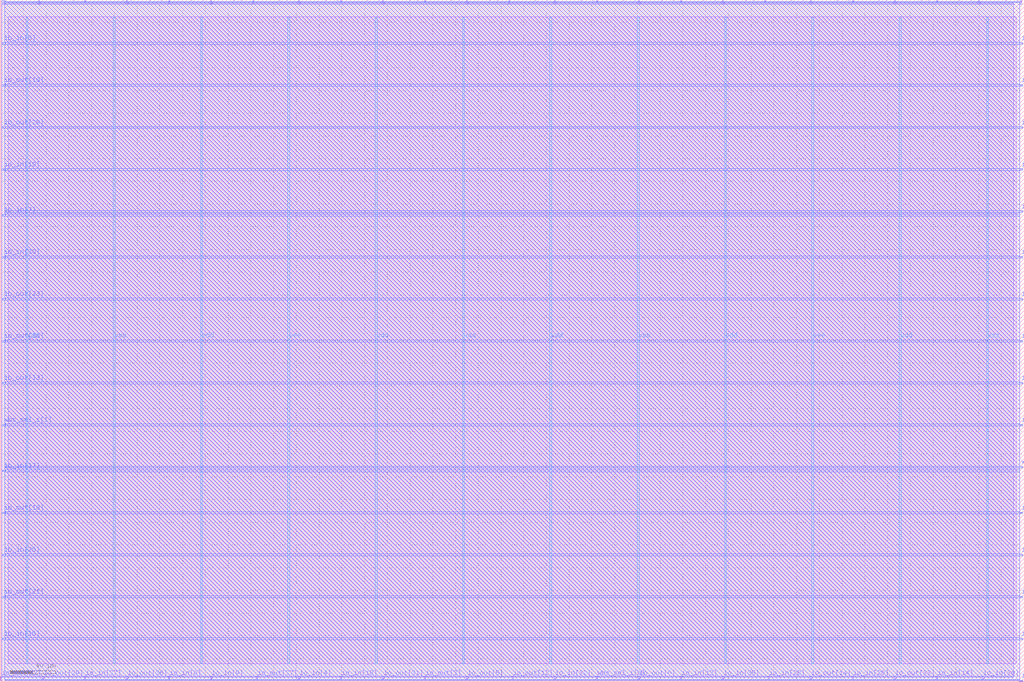
<source format=lef>
VERSION 5.7 ;
  NOWIREEXTENSIONATPIN ON ;
  DIVIDERCHAR "/" ;
  BUSBITCHARS "[]" ;
MACRO mux_example
  CLASS BLOCK ;
  FOREIGN mux_example ;
  ORIGIN 0.000 0.000 ;
  SIZE 900.000 BY 600.000 ;
  PIN io_in[0]
    DIRECTION INPUT ;
    USE SIGNAL ;
    PORT
      LAYER Metal2 ;
        RECT 147.560 1.000 148.680 4.000 ;
    END
  END io_in[0]
  PIN io_in[10]
    DIRECTION INPUT ;
    USE SIGNAL ;
    PORT
      LAYER Metal2 ;
        RECT 560.840 596.000 561.960 599.000 ;
    END
  END io_in[10]
  PIN io_in[11]
    DIRECTION INPUT ;
    USE SIGNAL ;
    PORT
      LAYER Metal3 ;
        RECT 896.000 110.600 899.000 111.720 ;
    END
  END io_in[11]
  PIN io_in[12]
    DIRECTION INPUT ;
    USE SIGNAL ;
    PORT
      LAYER Metal2 ;
        RECT 597.800 1.000 598.920 4.000 ;
    END
  END io_in[12]
  PIN io_in[13]
    DIRECTION INPUT ;
    USE SIGNAL ;
    PORT
      LAYER Metal2 ;
        RECT 33.320 596.000 34.440 599.000 ;
    END
  END io_in[13]
  PIN io_in[14]
    DIRECTION INPUT ;
    USE SIGNAL ;
    PORT
      LAYER Metal2 ;
        RECT 822.920 1.000 824.040 4.000 ;
    END
  END io_in[14]
  PIN io_in[15]
    DIRECTION INPUT ;
    USE SIGNAL ;
    PORT
      LAYER Metal3 ;
        RECT 1.000 36.680 4.000 37.800 ;
    END
  END io_in[15]
  PIN io_in[16]
    DIRECTION INPUT ;
    USE SIGNAL ;
    PORT
      LAYER Metal2 ;
        RECT 597.800 596.000 598.920 599.000 ;
    END
  END io_in[16]
  PIN io_in[17]
    DIRECTION INPUT ;
    USE SIGNAL ;
    PORT
      LAYER Metal3 ;
        RECT 1.000 184.520 4.000 185.640 ;
    END
  END io_in[17]
  PIN io_in[18]
    DIRECTION INPUT ;
    USE SIGNAL ;
    PORT
      LAYER Metal2 ;
        RECT 298.760 1.000 299.880 4.000 ;
    END
  END io_in[18]
  PIN io_in[19]
    DIRECTION INPUT ;
    USE SIGNAL ;
    PORT
      LAYER Metal3 ;
        RECT 1.000 449.960 4.000 451.080 ;
    END
  END io_in[19]
  PIN io_in[1]
    DIRECTION INPUT ;
    USE SIGNAL ;
    PORT
      LAYER Metal2 ;
        RECT 409.640 596.000 410.760 599.000 ;
    END
  END io_in[1]
  PIN io_in[20]
    DIRECTION INPUT ;
    USE SIGNAL ;
    PORT
      LAYER Metal2 ;
        RECT 749.000 1.000 750.120 4.000 ;
    END
  END io_in[20]
  PIN io_in[21]
    DIRECTION INPUT ;
    USE SIGNAL ;
    PORT
      LAYER Metal3 ;
        RECT 896.000 36.680 899.000 37.800 ;
    END
  END io_in[21]
  PIN io_in[22]
    DIRECTION INPUT ;
    USE SIGNAL ;
    PORT
      LAYER Metal2 ;
        RECT 822.920 596.000 824.040 599.000 ;
    END
  END io_in[22]
  PIN io_in[23]
    DIRECTION INPUT ;
    USE SIGNAL ;
    PORT
      LAYER Metal2 ;
        RECT 896.840 596.000 897.960 599.000 ;
    END
  END io_in[23]
  PIN io_in[24]
    DIRECTION INPUT ;
    USE SIGNAL ;
    PORT
      LAYER Metal3 ;
        RECT 896.000 298.760 899.000 299.880 ;
    END
  END io_in[24]
  PIN io_in[25]
    DIRECTION INPUT ;
    USE SIGNAL ;
    PORT
      LAYER Metal3 ;
        RECT 1.000 110.600 4.000 111.720 ;
    END
  END io_in[25]
  PIN io_in[26]
    DIRECTION INPUT ;
    USE SIGNAL ;
    PORT
      LAYER Metal2 ;
        RECT 110.600 596.000 111.720 599.000 ;
    END
  END io_in[26]
  PIN io_in[27]
    DIRECTION INPUT ;
    USE SIGNAL ;
    PORT
      LAYER Metal3 ;
        RECT 896.000 335.720 899.000 336.840 ;
    END
  END io_in[27]
  PIN io_in[28]
    DIRECTION INPUT ;
    USE SIGNAL ;
    PORT
      LAYER Metal2 ;
        RECT 675.080 1.000 676.200 4.000 ;
    END
  END io_in[28]
  PIN io_in[29]
    DIRECTION INPUT ;
    USE SIGNAL ;
    PORT
      LAYER Metal3 ;
        RECT 896.000 449.960 899.000 451.080 ;
    END
  END io_in[29]
  PIN io_in[2]
    DIRECTION INPUT ;
    USE SIGNAL ;
    PORT
      LAYER Metal3 ;
        RECT 896.000 73.640 899.000 74.760 ;
    END
  END io_in[2]
  PIN io_in[30]
    DIRECTION INPUT ;
    USE SIGNAL ;
    PORT
      LAYER Metal3 ;
        RECT 1.000 372.680 4.000 373.800 ;
    END
  END io_in[30]
  PIN io_in[31]
    DIRECTION INPUT ;
    USE SIGNAL ;
    PORT
      LAYER Metal2 ;
        RECT 147.560 596.000 148.680 599.000 ;
    END
  END io_in[31]
  PIN io_in[32]
    DIRECTION INPUT ;
    USE SIGNAL ;
    PORT
      LAYER Metal2 ;
        RECT 486.920 1.000 488.040 4.000 ;
    END
  END io_in[32]
  PIN io_in[33]
    DIRECTION INPUT ;
    USE SIGNAL ;
    PORT
      LAYER Metal3 ;
        RECT 896.000 413.000 899.000 414.120 ;
    END
  END io_in[33]
  PIN io_in[34]
    DIRECTION INPUT ;
    USE SIGNAL ;
    PORT
      LAYER Metal3 ;
        RECT 896.000 486.920 899.000 488.040 ;
    END
  END io_in[34]
  PIN io_in[35]
    DIRECTION INPUT ;
    USE SIGNAL ;
    PORT
      LAYER Metal2 ;
        RECT 634.760 1.000 635.880 4.000 ;
    END
  END io_in[35]
  PIN io_in[36]
    DIRECTION INPUT ;
    USE SIGNAL ;
    PORT
      LAYER Metal2 ;
        RECT 863.240 1.000 864.360 4.000 ;
    END
  END io_in[36]
  PIN io_in[37]
    DIRECTION INPUT ;
    USE SIGNAL ;
    PORT
      LAYER Metal2 ;
        RECT 73.640 1.000 74.760 4.000 ;
    END
  END io_in[37]
  PIN io_in[3]
    DIRECTION INPUT ;
    USE SIGNAL ;
    PORT
      LAYER Metal2 ;
        RECT 634.760 596.000 635.880 599.000 ;
    END
  END io_in[3]
  PIN io_in[4]
    DIRECTION INPUT ;
    USE SIGNAL ;
    PORT
      LAYER Metal2 ;
        RECT 261.800 1.000 262.920 4.000 ;
    END
  END io_in[4]
  PIN io_in[5]
    DIRECTION INPUT ;
    USE SIGNAL ;
    PORT
      LAYER Metal3 ;
        RECT 1.000 560.840 4.000 561.960 ;
    END
  END io_in[5]
  PIN io_in[6]
    DIRECTION INPUT ;
    USE SIGNAL ;
    PORT
      LAYER Metal3 ;
        RECT 896.000 372.680 899.000 373.800 ;
    END
  END io_in[6]
  PIN io_in[7]
    DIRECTION INPUT ;
    USE SIGNAL ;
    PORT
      LAYER Metal3 ;
        RECT 1.000 409.640 4.000 410.760 ;
    END
  END io_in[7]
  PIN io_in[8]
    DIRECTION INPUT ;
    USE SIGNAL ;
    PORT
      LAYER Metal2 ;
        RECT 184.520 596.000 185.640 599.000 ;
    END
  END io_in[8]
  PIN io_in[9]
    DIRECTION INPUT ;
    USE SIGNAL ;
    PORT
      LAYER Metal2 ;
        RECT 184.520 1.000 185.640 4.000 ;
    END
  END io_in[9]
  PIN io_out[0]
    DIRECTION OUTPUT TRISTATE ;
    USE SIGNAL ;
    PORT
      LAYER Metal2 ;
        RECT 560.840 1.000 561.960 4.000 ;
    END
  END io_out[0]
  PIN io_out[10]
    DIRECTION OUTPUT TRISTATE ;
    USE SIGNAL ;
    PORT
      LAYER Metal2 ;
        RECT 712.040 596.000 713.160 599.000 ;
    END
  END io_out[10]
  PIN io_out[11]
    DIRECTION OUTPUT TRISTATE ;
    USE SIGNAL ;
    PORT
      LAYER Metal3 ;
        RECT 1.000 597.800 4.000 598.920 ;
    END
  END io_out[11]
  PIN io_out[12]
    DIRECTION OUTPUT TRISTATE ;
    USE SIGNAL ;
    PORT
      LAYER Metal2 ;
        RECT 449.960 1.000 451.080 4.000 ;
    END
  END io_out[12]
  PIN io_out[13]
    DIRECTION OUTPUT TRISTATE ;
    USE SIGNAL ;
    PORT
      LAYER Metal3 ;
        RECT 1.000 261.800 4.000 262.920 ;
    END
  END io_out[13]
  PIN io_out[14]
    DIRECTION OUTPUT TRISTATE ;
    USE SIGNAL ;
    PORT
      LAYER Metal2 ;
        RECT 712.040 1.000 713.160 4.000 ;
    END
  END io_out[14]
  PIN io_out[15]
    DIRECTION OUTPUT TRISTATE ;
    USE SIGNAL ;
    PORT
      LAYER Metal2 ;
        RECT 446.600 596.000 447.720 599.000 ;
    END
  END io_out[15]
  PIN io_out[16]
    DIRECTION OUTPUT TRISTATE ;
    USE SIGNAL ;
    PORT
      LAYER Metal3 ;
        RECT 896.000 -0.280 899.000 0.840 ;
    END
  END io_out[16]
  PIN io_out[17]
    DIRECTION OUTPUT TRISTATE ;
    USE SIGNAL ;
    PORT
      LAYER Metal3 ;
        RECT 896.000 147.560 899.000 148.680 ;
    END
  END io_out[17]
  PIN io_out[18]
    DIRECTION OUTPUT TRISTATE ;
    USE SIGNAL ;
    PORT
      LAYER Metal3 ;
        RECT 1.000 147.560 4.000 148.680 ;
    END
  END io_out[18]
  PIN io_out[19]
    DIRECTION OUTPUT TRISTATE ;
    USE SIGNAL ;
    PORT
      LAYER Metal3 ;
        RECT 1.000 523.880 4.000 525.000 ;
    END
  END io_out[19]
  PIN io_out[1]
    DIRECTION OUTPUT TRISTATE ;
    USE SIGNAL ;
    PORT
      LAYER Metal2 ;
        RECT 372.680 596.000 373.800 599.000 ;
    END
  END io_out[1]
  PIN io_out[20]
    DIRECTION OUTPUT TRISTATE ;
    USE SIGNAL ;
    PORT
      LAYER Metal2 ;
        RECT 523.880 596.000 525.000 599.000 ;
    END
  END io_out[20]
  PIN io_out[21]
    DIRECTION OUTPUT TRISTATE ;
    USE SIGNAL ;
    PORT
      LAYER Metal3 ;
        RECT 1.000 73.640 4.000 74.760 ;
    END
  END io_out[21]
  PIN io_out[22]
    DIRECTION OUTPUT TRISTATE ;
    USE SIGNAL ;
    PORT
      LAYER Metal2 ;
        RECT -0.280 1.000 0.840 4.000 ;
    END
  END io_out[22]
  PIN io_out[23]
    DIRECTION OUTPUT TRISTATE ;
    USE SIGNAL ;
    PORT
      LAYER Metal3 ;
        RECT 1.000 335.720 4.000 336.840 ;
    END
  END io_out[23]
  PIN io_out[24]
    DIRECTION OUTPUT TRISTATE ;
    USE SIGNAL ;
    PORT
      LAYER Metal2 ;
        RECT 486.920 596.000 488.040 599.000 ;
    END
  END io_out[24]
  PIN io_out[25]
    DIRECTION OUTPUT TRISTATE ;
    USE SIGNAL ;
    PORT
      LAYER Metal2 ;
        RECT 671.720 596.000 672.840 599.000 ;
    END
  END io_out[25]
  PIN io_out[26]
    DIRECTION OUTPUT TRISTATE ;
    USE SIGNAL ;
    PORT
      LAYER Metal2 ;
        RECT 859.880 596.000 861.000 599.000 ;
    END
  END io_out[26]
  PIN io_out[27]
    DIRECTION OUTPUT TRISTATE ;
    USE SIGNAL ;
    PORT
      LAYER Metal2 ;
        RECT 298.760 596.000 299.880 599.000 ;
    END
  END io_out[27]
  PIN io_out[28]
    DIRECTION OUTPUT TRISTATE ;
    USE SIGNAL ;
    PORT
      LAYER Metal3 ;
        RECT 1.000 486.920 4.000 488.040 ;
    END
  END io_out[28]
  PIN io_out[29]
    DIRECTION OUTPUT TRISTATE ;
    USE SIGNAL ;
    PORT
      LAYER Metal2 ;
        RECT 36.680 1.000 37.800 4.000 ;
    END
  END io_out[29]
  PIN io_out[2]
    DIRECTION OUTPUT TRISTATE ;
    USE SIGNAL ;
    PORT
      LAYER Metal3 ;
        RECT 896.000 560.840 899.000 561.960 ;
    END
  END io_out[2]
  PIN io_out[30]
    DIRECTION OUTPUT TRISTATE ;
    USE SIGNAL ;
    PORT
      LAYER Metal3 ;
        RECT 1.000 298.760 4.000 299.880 ;
    END
  END io_out[30]
  PIN io_out[31]
    DIRECTION OUTPUT TRISTATE ;
    USE SIGNAL ;
    PORT
      LAYER Metal2 ;
        RECT 335.720 1.000 336.840 4.000 ;
    END
  END io_out[31]
  PIN io_out[32]
    DIRECTION OUTPUT TRISTATE ;
    USE SIGNAL ;
    PORT
      LAYER Metal3 ;
        RECT 896.000 523.880 899.000 525.000 ;
    END
  END io_out[32]
  PIN io_out[33]
    DIRECTION OUTPUT TRISTATE ;
    USE SIGNAL ;
    PORT
      LAYER Metal2 ;
        RECT 785.960 1.000 787.080 4.000 ;
    END
  END io_out[33]
  PIN io_out[34]
    DIRECTION OUTPUT TRISTATE ;
    USE SIGNAL ;
    PORT
      LAYER Metal2 ;
        RECT 261.800 596.000 262.920 599.000 ;
    END
  END io_out[34]
  PIN io_out[35]
    DIRECTION OUTPUT TRISTATE ;
    USE SIGNAL ;
    PORT
      LAYER Metal3 ;
        RECT 896.000 224.840 899.000 225.960 ;
    END
  END io_out[35]
  PIN io_out[36]
    DIRECTION OUTPUT TRISTATE ;
    USE SIGNAL ;
    PORT
      LAYER Metal2 ;
        RECT 110.600 1.000 111.720 4.000 ;
    END
  END io_out[36]
  PIN io_out[37]
    DIRECTION OUTPUT TRISTATE ;
    USE SIGNAL ;
    PORT
      LAYER Metal2 ;
        RECT 224.840 1.000 225.960 4.000 ;
    END
  END io_out[37]
  PIN io_out[3]
    DIRECTION OUTPUT TRISTATE ;
    USE SIGNAL ;
    PORT
      LAYER Metal2 ;
        RECT 372.680 1.000 373.800 4.000 ;
    END
  END io_out[3]
  PIN io_out[4]
    DIRECTION OUTPUT TRISTATE ;
    USE SIGNAL ;
    PORT
      LAYER Metal3 ;
        RECT 896.000 261.800 899.000 262.920 ;
    END
  END io_out[4]
  PIN io_out[5]
    DIRECTION OUTPUT TRISTATE ;
    USE SIGNAL ;
    PORT
      LAYER Metal2 ;
        RECT 409.640 1.000 410.760 4.000 ;
    END
  END io_out[5]
  PIN io_out[6]
    DIRECTION OUTPUT TRISTATE ;
    USE SIGNAL ;
    PORT
      LAYER Metal2 ;
        RECT 785.960 596.000 787.080 599.000 ;
    END
  END io_out[6]
  PIN io_out[7]
    DIRECTION OUTPUT TRISTATE ;
    USE SIGNAL ;
    PORT
      LAYER Metal2 ;
        RECT 749.000 596.000 750.120 599.000 ;
    END
  END io_out[7]
  PIN io_out[8]
    DIRECTION OUTPUT TRISTATE ;
    USE SIGNAL ;
    PORT
      LAYER Metal2 ;
        RECT 221.480 596.000 222.600 599.000 ;
    END
  END io_out[8]
  PIN io_out[9]
    DIRECTION OUTPUT TRISTATE ;
    USE SIGNAL ;
    PORT
      LAYER Metal2 ;
        RECT 335.720 596.000 336.840 599.000 ;
    END
  END io_out[9]
  PIN vdd
    DIRECTION INOUT ;
    USE POWER ;
    PORT
      LAYER Metal4 ;
        RECT 22.240 15.380 23.840 584.380 ;
    END
    PORT
      LAYER Metal4 ;
        RECT 175.840 15.380 177.440 584.380 ;
    END
    PORT
      LAYER Metal4 ;
        RECT 329.440 15.380 331.040 584.380 ;
    END
    PORT
      LAYER Metal4 ;
        RECT 483.040 15.380 484.640 584.380 ;
    END
    PORT
      LAYER Metal4 ;
        RECT 636.640 15.380 638.240 584.380 ;
    END
    PORT
      LAYER Metal4 ;
        RECT 790.240 15.380 791.840 584.380 ;
    END
  END vdd
  PIN vss
    DIRECTION INOUT ;
    USE GROUND ;
    PORT
      LAYER Metal4 ;
        RECT 99.040 15.380 100.640 584.380 ;
    END
    PORT
      LAYER Metal4 ;
        RECT 252.640 15.380 254.240 584.380 ;
    END
    PORT
      LAYER Metal4 ;
        RECT 406.240 15.380 407.840 584.380 ;
    END
    PORT
      LAYER Metal4 ;
        RECT 559.840 15.380 561.440 584.380 ;
    END
    PORT
      LAYER Metal4 ;
        RECT 713.440 15.380 715.040 584.380 ;
    END
    PORT
      LAYER Metal4 ;
        RECT 867.040 15.380 868.640 584.380 ;
    END
  END vss
  PIN wbs_sel_i[0]
    DIRECTION INPUT ;
    USE SIGNAL ;
    PORT
      LAYER Metal2 ;
        RECT 523.880 1.000 525.000 4.000 ;
    END
  END wbs_sel_i[0]
  PIN wbs_sel_i[1]
    DIRECTION INPUT ;
    USE SIGNAL ;
    PORT
      LAYER Metal3 ;
        RECT 1.000 224.840 4.000 225.960 ;
    END
  END wbs_sel_i[1]
  PIN wbs_sel_i[2]
    DIRECTION INPUT ;
    USE SIGNAL ;
    PORT
      LAYER Metal2 ;
        RECT 73.640 596.000 74.760 599.000 ;
    END
  END wbs_sel_i[2]
  PIN wbs_sel_i[3]
    DIRECTION INPUT ;
    USE SIGNAL ;
    PORT
      LAYER Metal3 ;
        RECT 896.000 187.880 899.000 189.000 ;
    END
  END wbs_sel_i[3]
  OBS
      LAYER Metal1 ;
        RECT 6.720 15.380 893.200 585.050 ;
      LAYER Metal2 ;
        RECT 0.700 595.700 33.020 596.820 ;
        RECT 34.740 595.700 73.340 596.820 ;
        RECT 75.060 595.700 110.300 596.820 ;
        RECT 112.020 595.700 147.260 596.820 ;
        RECT 148.980 595.700 184.220 596.820 ;
        RECT 185.940 595.700 221.180 596.820 ;
        RECT 222.900 595.700 261.500 596.820 ;
        RECT 263.220 595.700 298.460 596.820 ;
        RECT 300.180 595.700 335.420 596.820 ;
        RECT 337.140 595.700 372.380 596.820 ;
        RECT 374.100 595.700 409.340 596.820 ;
        RECT 411.060 595.700 446.300 596.820 ;
        RECT 448.020 595.700 486.620 596.820 ;
        RECT 488.340 595.700 523.580 596.820 ;
        RECT 525.300 595.700 560.540 596.820 ;
        RECT 562.260 595.700 597.500 596.820 ;
        RECT 599.220 595.700 634.460 596.820 ;
        RECT 636.180 595.700 671.420 596.820 ;
        RECT 673.140 595.700 711.740 596.820 ;
        RECT 713.460 595.700 748.700 596.820 ;
        RECT 750.420 595.700 785.660 596.820 ;
        RECT 787.380 595.700 822.620 596.820 ;
        RECT 824.340 595.700 859.580 596.820 ;
        RECT 861.300 595.700 890.820 596.820 ;
        RECT 0.700 4.300 890.820 595.700 ;
        RECT 1.140 3.450 36.380 4.300 ;
        RECT 38.100 3.450 73.340 4.300 ;
        RECT 75.060 3.450 110.300 4.300 ;
        RECT 112.020 3.450 147.260 4.300 ;
        RECT 148.980 3.450 184.220 4.300 ;
        RECT 185.940 3.450 224.540 4.300 ;
        RECT 226.260 3.450 261.500 4.300 ;
        RECT 263.220 3.450 298.460 4.300 ;
        RECT 300.180 3.450 335.420 4.300 ;
        RECT 337.140 3.450 372.380 4.300 ;
        RECT 374.100 3.450 409.340 4.300 ;
        RECT 411.060 3.450 449.660 4.300 ;
        RECT 451.380 3.450 486.620 4.300 ;
        RECT 488.340 3.450 523.580 4.300 ;
        RECT 525.300 3.450 560.540 4.300 ;
        RECT 562.260 3.450 597.500 4.300 ;
        RECT 599.220 3.450 634.460 4.300 ;
        RECT 636.180 3.450 674.780 4.300 ;
        RECT 676.500 3.450 711.740 4.300 ;
        RECT 713.460 3.450 748.700 4.300 ;
        RECT 750.420 3.450 785.660 4.300 ;
        RECT 787.380 3.450 822.620 4.300 ;
        RECT 824.340 3.450 862.940 4.300 ;
        RECT 864.660 3.450 890.820 4.300 ;
      LAYER Metal3 ;
        RECT 4.300 597.500 896.420 597.940 ;
        RECT 3.500 562.260 896.420 597.500 ;
        RECT 4.300 560.540 895.700 562.260 ;
        RECT 3.500 525.300 896.420 560.540 ;
        RECT 4.300 523.580 895.700 525.300 ;
        RECT 3.500 488.340 896.420 523.580 ;
        RECT 4.300 486.620 895.700 488.340 ;
        RECT 3.500 451.380 896.420 486.620 ;
        RECT 4.300 449.660 895.700 451.380 ;
        RECT 3.500 414.420 896.420 449.660 ;
        RECT 3.500 412.700 895.700 414.420 ;
        RECT 3.500 411.060 896.420 412.700 ;
        RECT 4.300 409.340 896.420 411.060 ;
        RECT 3.500 374.100 896.420 409.340 ;
        RECT 4.300 372.380 895.700 374.100 ;
        RECT 3.500 337.140 896.420 372.380 ;
        RECT 4.300 335.420 895.700 337.140 ;
        RECT 3.500 300.180 896.420 335.420 ;
        RECT 4.300 298.460 895.700 300.180 ;
        RECT 3.500 263.220 896.420 298.460 ;
        RECT 4.300 261.500 895.700 263.220 ;
        RECT 3.500 226.260 896.420 261.500 ;
        RECT 4.300 224.540 895.700 226.260 ;
        RECT 3.500 189.300 896.420 224.540 ;
        RECT 3.500 187.580 895.700 189.300 ;
        RECT 3.500 185.940 896.420 187.580 ;
        RECT 4.300 184.220 896.420 185.940 ;
        RECT 3.500 148.980 896.420 184.220 ;
        RECT 4.300 147.260 895.700 148.980 ;
        RECT 3.500 112.020 896.420 147.260 ;
        RECT 4.300 110.300 895.700 112.020 ;
        RECT 3.500 75.060 896.420 110.300 ;
        RECT 4.300 73.340 895.700 75.060 ;
        RECT 3.500 38.100 896.420 73.340 ;
        RECT 4.300 36.380 895.700 38.100 ;
        RECT 3.500 1.140 896.420 36.380 ;
        RECT 3.500 0.700 895.700 1.140 ;
  END
END mux_example
END LIBRARY


</source>
